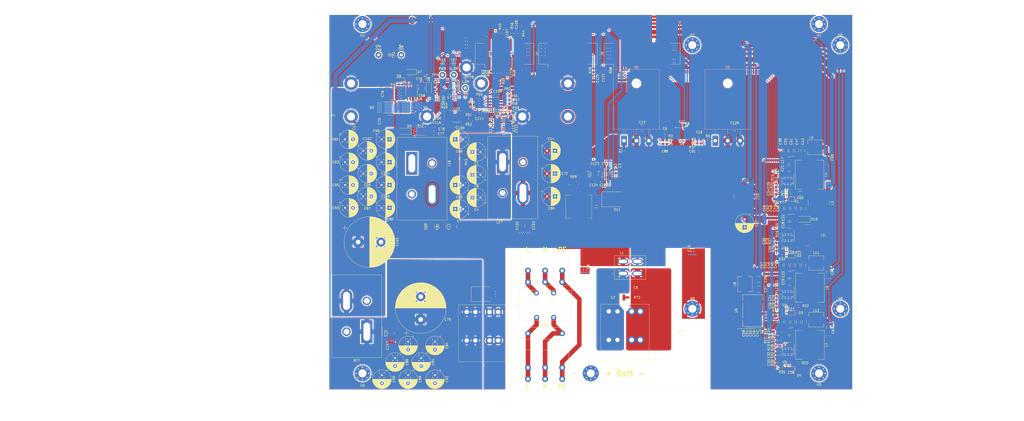
<source format=kicad_pcb>
(kicad_pcb
	(version 20240108)
	(generator "pcbnew")
	(generator_version "8.0")
	(general
		(thickness 1.6)
		(legacy_teardrops no)
	)
	(paper "A3")
	(layers
		(0 "F.Cu" signal)
		(1 "In1.Cu" signal)
		(2 "In2.Cu" signal)
		(31 "B.Cu" signal)
		(32 "B.Adhes" user "B.Adhesive")
		(33 "F.Adhes" user "F.Adhesive")
		(34 "B.Paste" user)
		(35 "F.Paste" user)
		(36 "B.SilkS" user "B.Silkscreen")
		(37 "F.SilkS" user "F.Silkscreen")
		(38 "B.Mask" user)
		(39 "F.Mask" user)
		(40 "Dwgs.User" user "User.Drawings")
		(41 "Cmts.User" user "User.Comments")
		(42 "Eco1.User" user "User.Eco1")
		(43 "Eco2.User" user "User.Eco2")
		(44 "Edge.Cuts" user)
		(45 "Margin" user)
		(46 "B.CrtYd" user "B.Courtyard")
		(47 "F.CrtYd" user "F.Courtyard")
		(48 "B.Fab" user)
		(49 "F.Fab" user)
		(50 "User.1" user)
		(51 "User.2" user)
		(52 "User.3" user)
		(53 "User.4" user)
		(54 "User.5" user)
		(55 "User.6" user)
		(56 "User.7" user)
		(57 "User.8" user)
		(58 "User.9" user)
	)
	(setup
		(stackup
			(layer "F.SilkS"
				(type "Top Silk Screen")
			)
			(layer "F.Paste"
				(type "Top Solder Paste")
			)
			(layer "F.Mask"
				(type "Top Solder Mask")
				(thickness 0.01)
			)
			(layer "F.Cu"
				(type "copper")
				(thickness 0.035)
			)
			(layer "dielectric 1"
				(type "prepreg")
				(thickness 0.1)
				(material "FR4")
				(epsilon_r 4.5)
				(loss_tangent 0.02)
			)
			(layer "In1.Cu"
				(type "copper")
				(thickness 0.035)
			)
			(layer "dielectric 2"
				(type "core")
				(thickness 1.24)
				(material "FR4")
				(epsilon_r 4.5)
				(loss_tangent 0.02)
			)
			(layer "In2.Cu"
				(type "copper")
				(thickness 0.035)
			)
			(layer "dielectric 3"
				(type "prepreg")
				(thickness 0.1)
				(material "FR4")
				(epsilon_r 4.5)
				(loss_tangent 0.02)
			)
			(layer "B.Cu"
				(type "copper")
				(thickness 0.035)
			)
			(layer "B.Mask"
				(type "Bottom Solder Mask")
				(thickness 0.01)
			)
			(layer "B.Paste"
				(type "Bottom Solder Paste")
			)
			(layer "B.SilkS"
				(type "Bottom Silk Screen")
			)
			(copper_finish "None")
			(dielectric_constraints no)
		)
		(pad_to_mask_clearance 0)
		(allow_soldermask_bridges_in_footprints no)
		(aux_axis_origin 75 225)
		(pcbplotparams
			(layerselection 0x00010fc_ffffffff)
			(plot_on_all_layers_selection 0x0000000_00000000)
			(disableapertmacros no)
			(usegerberextensions no)
			(usegerberattributes yes)
			(usegerberadvancedattributes yes)
			(creategerberjobfile yes)
			(dashed_line_dash_ratio 12.000000)
			(dashed_line_gap_ratio 3.000000)
			(svgprecision 4)
			(plotframeref no)
			(viasonmask no)
			(mode 1)
			(useauxorigin no)
			(hpglpennumber 1)
			(hpglpenspeed 20)
			(hpglpendiameter 15.000000)
			(pdf_front_fp_property_popups yes)
			(pdf_back_fp_property_popups yes)
			(dxfpolygonmode yes)
			(dxfimperialunits yes)
			(dxfusepcbnewfont yes)
			(psnegative no)
			(psa4output no)
			(plotreference yes)
			(plotvalue yes)
			(plotfptext yes)
			(plotinvisibletext no)
			(sketchpadsonfab no)
			(subtractmaskfromsilk no)
			(outputformat 1)
			(mirror no)
			(drillshape 1)
			(scaleselection 1)
			(outputdirectory "")
		)
	)
	(net 0 "")
	(net 1 "Net-(C35-Pad2)")
	(net 2 "GND")
	(net 3 "Net-(U2-BST)")
	(net 4 "Net-(U2-SW)")
	(net 5 "Net-(U3-BST)")
	(net 6 "Net-(D10-K)")
	(net 7 "Net-(U4-BST)")
	(net 8 "Net-(U4-SW)")
	(net 9 "Net-(U5-BST)")
	(net 10 "Net-(U5-SW)")
	(net 11 "Net-(U2-FB)")
	(net 12 "Net-(U3-FB)")
	(net 13 "Net-(U4-FB)")
	(net 14 "Net-(U5-FB)")
	(net 15 "+10V")
	(net 16 "+5V")
	(net 17 "+4V")
	(net 18 "VDD")
	(net 19 "+15V")
	(net 20 "/buck/U_IN_SENSE")
	(net 21 "/buck/IN")
	(net 22 "/buck/hs")
	(net 23 "Net-(D7-K)")
	(net 24 "/U_sense")
	(net 25 "/CurrentSense/VREF")
	(net 26 "/CurrentSense/I_SENSE_OUT+")
	(net 27 "/CurrentSense/I_SENSE_OUT-")
	(net 28 "/buck/Supply_Controller")
	(net 29 "Net-(D1-A)")
	(net 30 "Net-(D2-A)")
	(net 31 "Net-(D3-A)")
	(net 32 "Net-(D4-A)")
	(net 33 "/B+_CON")
	(net 34 "/power_supply/15V_POWER_EN")
	(net 35 "/power_supply/10V_POWER_EN")
	(net 36 "/power_supply/5V0_POWER_EN")
	(net 37 "/power_supply/4V0_POWER_EN")
	(net 38 "/PWM_H")
	(net 39 "/CurrentSense/U_OK")
	(net 40 "/CurrentSense/U_Limit")
	(net 41 "/TEMP")
	(net 42 "Net-(J2-Pin_1)")
	(net 43 "Net-(J2-Pin_2)")
	(net 44 "Net-(U5-EN{slash}UVLO)")
	(net 45 "Net-(U2-RON)")
	(net 46 "Net-(U3-RON)")
	(net 47 "Net-(U4-RON)")
	(net 48 "Net-(U5-RON)")
	(net 49 "/CurrentSense/SENSE_IN+")
	(net 50 "/CurrentSense/SENSE_IN-")
	(net 51 "Net-(R45-Pad1)")
	(net 52 "/CurrentSense/MIN_I")
	(net 53 "/CurrentSense/I_OK")
	(net 54 "unconnected-(M1-Gehäuse-PadG3)")
	(net 55 "unconnected-(M1-Gehäuse-PadG2)")
	(net 56 "unconnected-(H2-Pad1)_8")
	(net 57 "Net-(U16--)")
	(net 58 "Net-(C13-Pad2)")
	(net 59 "Earth_Clean")
	(net 60 "Net-(C36-Pad2)")
	(net 61 "Net-(C29-Pad1)")
	(net 62 "Net-(C30-Pad1)")
	(net 63 "Net-(C31-Pad1)")
	(net 64 "Net-(C32-Pad1)")
	(net 65 "Net-(C33-Pad2)")
	(net 66 "Net-(C34-Pad2)")
	(net 67 "Net-(C37-Pad1)")
	(net 68 "/electronicLoad/I_SENSE_OUT-")
	(net 69 "/electronicLoad/VREF")
	(net 70 "/electronicLoad/I_SENSE_OUT+")
	(net 71 "unconnected-(H5-Pad1)_8")
	(net 72 "Net-(C77-Pad1)")
	(net 73 "Net-(C69-Pad2)")
	(net 74 "Net-(C3-Pad1)")
	(net 75 "Net-(C114-Pad1)")
	(net 76 "Net-(U12A-+)")
	(net 77 "Net-(U9A--)")
	(net 78 "Net-(C6-Pad2)")
	(net 79 "/electronicLoad/I-Setpoint")
	(net 80 "Net-(D8-A)")
	(net 81 "Net-(D8-K)")
	(net 82 "unconnected-(H2-Pad1)")
	(net 83 "unconnected-(H2-Pad1)_1")
	(net 84 "unconnected-(H2-Pad1)_2")
	(net 85 "unconnected-(H2-Pad1)_3")
	(net 86 "unconnected-(H2-Pad1)_4")
	(net 87 "unconnected-(H2-Pad1)_5")
	(net 88 "unconnected-(H2-Pad1)_6")
	(net 89 "unconnected-(H2-Pad1)_7")
	(net 90 "unconnected-(J4-Pin_4-Pad4)")
	(net 91 "unconnected-(J6-Pin_4-Pad4)")
	(net 92 "unconnected-(J6-Pin_12-Pad12)")
	(net 93 "unconnected-(J6-Pin_11-Pad11)")
	(net 94 "unconnected-(J6-Pin_9-Pad9)")
	(net 95 "unconnected-(J6-Pin_6-Pad6)")
	(net 96 "Net-(Q1-D)")
	(net 97 "unconnected-(J6-Pin_3-Pad3)")
	(net 98 "Net-(Q4-G)")
	(net 99 "Net-(Q6-G)")
	(net 100 "Net-(R2-Pad1)")
	(net 101 "Net-(U9A-+)")
	(net 102 "Net-(Q2-G)")
	(net 103 "Net-(U9B--)")
	(net 104 "Net-(C16-Pad2)")
	(net 105 "Net-(U9B-+)")
	(net 106 "Net-(R13-Pad2)")
	(net 107 "Net-(R47-Pad1)")
	(net 108 "Net-(U12A--)")
	(net 109 "Net-(U12B--)")
	(net 110 "Net-(U12B-+)")
	(net 111 "Net-(U11B--)")
	(net 112 "Net-(U11B-+)")
	(net 113 "Net-(U11A-+)")
	(net 114 "Net-(U11A--)")
	(net 115 "Net-(U16-+)")
	(net 116 "Net-(R68-Pad1)")
	(net 117 "unconnected-(U6-Pad8)")
	(net 118 "Net-(U8-PWM)")
	(net 119 "unconnected-(U12-Pad7)")
	(net 120 "Net-(C1-Pad1)")
	(net 121 "Net-(C2-Pad1)")
	(net 122 "Net-(C9-Pad1)")
	(net 123 "/power_supply/Uin")
	(net 124 "Net-(R32-Pad2)")
	(net 125 "Net-(R38-Pad2)")
	(net 126 "unconnected-(H5-Pad1)")
	(net 127 "unconnected-(H5-Pad1)_1")
	(net 128 "unconnected-(H5-Pad1)_2")
	(net 129 "unconnected-(H5-Pad1)_3")
	(net 130 "unconnected-(H5-Pad1)_4")
	(net 131 "unconnected-(H5-Pad1)_5")
	(net 132 "unconnected-(H5-Pad1)_6")
	(net 133 "unconnected-(H5-Pad1)_7")
	(net 134 "/buck/BATT_M")
	(net 135 "Net-(J3-Pin_2)")
	(net 136 "Net-(J3-Pin_1)")
	(net 137 "Net-(J7-Pin_2)")
	(net 138 "Net-(J7-Pin_1)")
	(footprint "Diode_SMD:D_SMC" (layer "F.Cu") (at 199.75 141.25))
	(footprint "Capacitor_SMD:C_1210_3225Metric" (layer "F.Cu") (at 125 153.25 90))
	(footprint "Inductor_THT:L_CommonMode_Wuerth_WE-CMB-M" (layer "F.Cu") (at 166.25 193 90))
	(footprint "LED_SMD:LED_0805_2012Metric" (layer "F.Cu") (at 277.59375 141.2 180))
	(footprint "myResistor:R_Shunt_Vishay_WSK1216" (layer "F.Cu") (at 182.5 134.75))
	(footprint "Resistor_SMD:R_2512_6332Metric" (layer "F.Cu") (at 115.6 111.5))
	(footprint "Resistor_SMD:R_0603_1608Metric" (layer "F.Cu") (at 153.5 86 90))
	(footprint "Capacitor_SMD:C_0805_2012Metric" (layer "F.Cu") (at 121.25 112.5))
	(footprint "Resistor_SMD:R_0603_1608Metric" (layer "F.Cu") (at 237.5 118.5 180))
	(footprint "Capacitor_SMD:C_0603_1608Metric" (layer "F.Cu") (at 195.5 84.75 -90))
	(footprint "Capacitor_SMD:C_1210_3225Metric" (layer "F.Cu") (at 277 199.2))
	(footprint "Resistor_SMD:R_0603_1608Metric" (layer "F.Cu") (at 271.1 141.2))
	(footprint "TestPoint:TestPoint_THTPad_D2.5mm_Drill1.2mm" (layer "F.Cu") (at 125 86.75))
	(footprint "Capacitor_THT:CP_Radial_D8.0mm_P3.50mm" (layer "F.Cu") (at 90.347349 140))
	(footprint "Capacitor_THT:CP_Radial_D8.0mm_P3.50mm" (layer "F.Cu") (at 134.152651 115 180))
	(footprint "Capacitor_THT:CP_Radial_D8.0mm_P3.50mm" (layer "F.Cu") (at 170.847349 140))
	(footprint "Resistor_SMD:R_0603_1608Metric" (layer "F.Cu") (at 237.5 115))
	(footprint "MountingHole:MountingHole_3.5mm_Pad_Via" (layer "F.Cu") (at 90 64.5))
	(footprint "Resistor_SMD:R_0603_1608Metric"
		(layer "F.Cu")
		(uuid "0e949a50-4107-489a-a03a-31eb5abdc9f1")
		(at 155.5 68.525 -90)
		(descr "Resistor SMD 0603 (1608 Metric), square (rectangular) end terminal, IPC_7351 nominal, (Body size source: IPC-SM-782 page 72, https://www.pcb-3d.com/wordpress/wp-content/uploads/ipc-sm-782a_amendment_1_and_2.pdf), generated with kicad-footprint-generator")
		(tags "resistor")
		(property "Reference" "R46"
			(at -3.325 0 90)
			(layer "F.SilkS")
			(uuid "0aded509-1dc8-4620-b099-b09b4534b34b")
			(effects
				(font
					(size 1 1)
					(thickness 0.15)
				)
			)
		)
		(property "Value" "30k"
			(at 0 1.43 90)
			(layer "F.Fab")
			(uuid "d6204b35-dc9d-4a49-bc20-29f30aa08fe1")
			(effects
				(font
					(size 1 1)
					(thickness 0.15)
				)
			)
		)
		(property "Footprint" "Resistor_SMD:R_0603_1608Metric"
			(at 0 0 -90)
			(unlocked yes)
			(layer "F.Fab")
			(hide yes)
			(uuid "0170e0d3-197e-4d1d-95eb-9aae26c6a9bc")
			(effects
				(font
					(size 1.27 1.27)
					(thickness 0.15)
				)
			)
		)
		(property "Datasheet" ""
			(at 0 0 -90)
			(unlocked yes)
			(layer "F.Fab")
			(hide yes)
			(uuid "73c701a0-65b9-4a20-b4cd-c5d69420f343")
			(effects
				(font
					(size 1.27 1.27)
					(thickness 0.15)
				)
			)
		)
		(property "Description" "30k0 0,1W 0,1% TK25 0603 SMD"
			(at 0 0 -90)
			(unlocked yes)
			(layer "F.Fab")
			(hide yes)
			(uuid "62721bb1-ded7-45d8-966c-7d30f6256bdd")
			(effects
				(font
					(size 1.27 1.27)
					(thickness 0.15)
				)
			)
		)
		(property "Voltage" ""
			(at 0 0 -90)
			(unlocked yes)
			(layer "F.Fab")
			(hide yes)
			(uuid "0a9f2e76-465a-44b7-b67b-7652d900ac09")
			(effects
				(font
					(size 1 1)
					(t
... [4667102 chars truncated]
</source>
